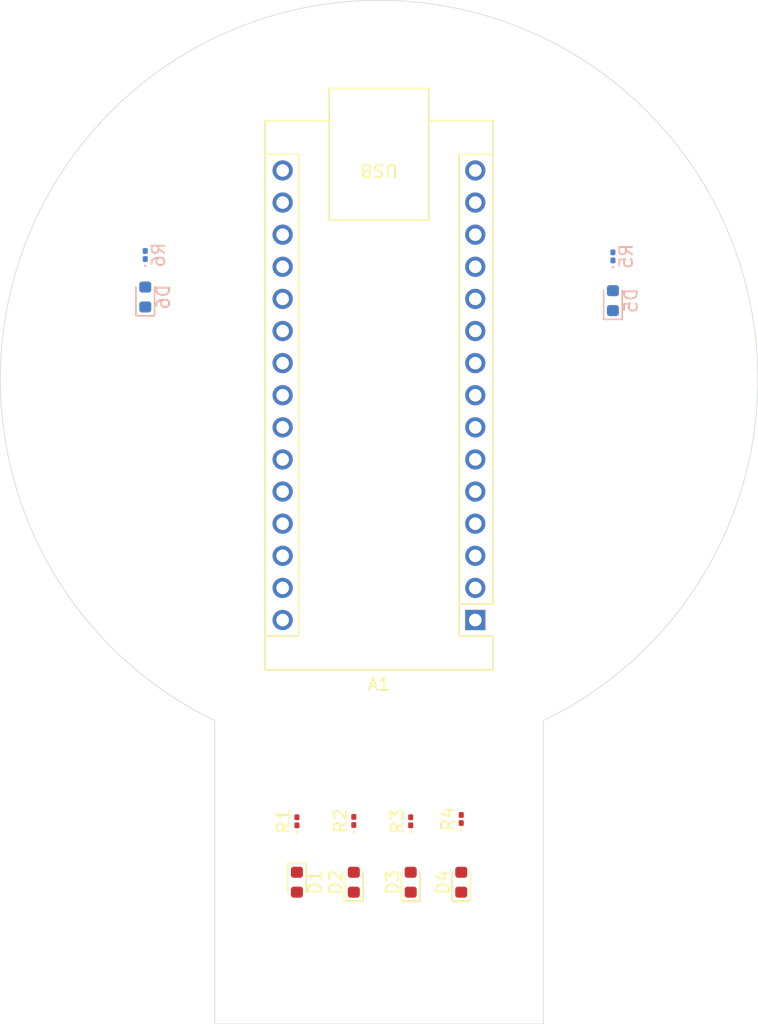
<source format=kicad_pcb>
(kicad_pcb (version 20240108) (generator "pcbnew") (generator_version "8.0")
  (layers (0 "F.Cu" signal) (31 "B.Cu" signal) (34 "B.Paste" user) (35 "F.Paste" user) (36 "B.SilkS" user "B.Silkscreen") (37 "F.SilkS" user "F.Silkscreen") (38 "B.Mask" user) (39 "F.Mask" user) (44 "Edge.Cuts" user))
  (net 0 "")
  (net 14 "Net-(A1-D3)")
  (net 15 "Net-(A1-D4)")
  (net 22 "Net-(A1-D2)")
  (net 24 "Net-(A1-D5)")
  (net 27 "Net-(D1-K)")
  (net 28 "Net-(D1-A)")
  (net 29 "Net-(D2-A)")
  (net 30 "Net-(D3-A)")
  (net 31 "Net-(D4-A)")
  (net 32 "Net-(A1-D8)")
  (net 33 "Net-(D5-A)")
  (net 34 "Net-(D6-A)")
  (net 35 "Net-(A1-D9)")
  (footprint "LED_SMD:LED_0603_1608Metric" (layer "F.Cu") (at 141 138.7875 90)
    (property "Reference" "D4" (at 0 -1.43 90) (layer "F.SilkS"))
    (property "Value" "LED")
    (fp_line (start 0.8 -0.735) (end -1.485 -0.735) (stroke (width 0.12)) (layer "F.SilkS"))
    (fp_line (start -1.485 -0.735) (end -1.485 0.735) (stroke (width 0.12)) (layer "F.SilkS"))
    (fp_line (start -1.485 0.735) (end 0.8 0.735) (stroke (width 0.12)) (layer "F.SilkS"))
    (pad "1" smd roundrect (at -0.7875 0 90) (size 0.875 0.95) (layers "F.Cu" "F.Paste" "F.Mask") (net 27 "Net-(D1-K)"))
    (pad "2" smd roundrect (at 0.7875 0 90) (size 0.875 0.95) (layers "F.Cu" "F.Paste" "F.Mask") (net 31 "Net-(D4-A)"))
  )
  (footprint "Module:Arduino_Nano" (layer "F.Cu") (at 142.11 118.05 180)
    (property "Reference" "A1" (at 7.62 -5.08 360) (layer "F.SilkS"))
    (property "Value" "Arduino_Nano_v2.x")
    (fp_line (start 16.64 39.5) (end 16.64 -3.94) (stroke (width 0.12)) (layer "F.SilkS"))
    (fp_line (start 16.64 39.5) (end 11.56 39.5) (stroke (width 0.12)) (layer "F.SilkS"))
    (fp_line (start 16.64 -3.94) (end -1.4 -3.94) (stroke (width 0.12)) (layer "F.SilkS"))
    (fp_line (start 13.97 36.83) (end 16.64 36.83) (stroke (width 0.12)) (layer "F.SilkS"))
    (fp_line (start 13.97 -1.27) (end 16.64 -1.27) (stroke (width 0.12)) (layer "F.SilkS"))
    (fp_line (start 13.97 -1.27) (end 13.97 36.83) (stroke (width 0.12)) (layer "F.SilkS"))
    (fp_line (start 11.56 42.04) (end 3.68 42.04) (stroke (width 0.12)) (layer "F.SilkS"))
    (fp_line (start 11.56 31.62) (end 11.56 42.04) (stroke (width 0.12)) (layer "F.SilkS"))
    (fp_line (start 3.68 42.04) (end 3.68 31.62) (stroke (width 0.12)) (layer "F.SilkS"))
    (fp_line (start 3.68 31.62) (end 11.56 31.62) (stroke (width 0.12)) (layer "F.SilkS"))
    (fp_line (start 1.27 36.83) (end -1.4 36.83) (stroke (width 0.12)) (layer "F.SilkS"))
    (fp_line (start 1.27 1.27) (end 1.27 36.83) (stroke (width 0.12)) (layer "F.SilkS"))
    (fp_line (start 1.27 1.27) (end 1.27 -1.27) (stroke (width 0.12)) (layer "F.SilkS"))
    (fp_line (start 1.27 1.27) (end -1.4 1.27) (stroke (width 0.12)) (layer "F.SilkS"))
    (fp_line (start 1.27 -1.27) (end -1.4 -1.27) (stroke (width 0.12)) (layer "F.SilkS"))
    (fp_line (start -1.4 39.5) (end 3.68 39.5) (stroke (width 0.12)) (layer "F.SilkS"))
    (fp_line (start -1.4 1.27) (end -1.4 39.5) (stroke (width 0.12)) (layer "F.SilkS"))
    (fp_line (start -1.4 -3.94) (end -1.4 -1.27) (stroke (width 0.12)) (layer "F.SilkS"))
    (fp_text user "USB" (at 7.62 35.56 180) (layer "F.SilkS"))
    (pad "1" thru_hole rect (at 0 0 180) (size 1.6 1.6) (drill 1) (layers "*.Cu" "*.Mask"))
    (pad "2" thru_hole oval (at 0 2.54 180) (size 1.6 1.6) (drill 1) (layers "*.Cu" "*.Mask"))
    (pad "3" thru_hole oval (at 0 5.08 180) (size 1.6 1.6) (drill 1) (layers "*.Cu" "*.Mask"))
    (pad "4" thru_hole oval (at 0 7.62 180) (size 1.6 1.6) (drill 1) (layers "*.Cu" "*.Mask") (net 27 "Net-(D1-K)"))
    (pad "5" thru_hole oval (at 0 10.16 180) (size 1.6 1.6) (drill 1) (layers "*.Cu" "*.Mask") (net 22 "Net-(A1-D2)"))
    (pad "6" thru_hole oval (at 0 12.7 180) (size 1.6 1.6) (drill 1) (layers "*.Cu" "*.Mask") (net 14 "Net-(A1-D3)"))
    (pad "7" thru_hole oval (at 0 15.24 180) (size 1.6 1.6) (drill 1) (layers "*.Cu" "*.Mask") (net 15 "Net-(A1-D4)"))
    (pad "8" thru_hole oval (at 0 17.78 180) (size 1.6 1.6) (drill 1) (layers "*.Cu" "*.Mask") (net 24 "Net-(A1-D5)"))
    (pad "9" thru_hole oval (at 0 20.32 180) (size 1.6 1.6) (drill 1) (layers "*.Cu" "*.Mask"))
    (pad "10" thru_hole oval (at 0 22.86 180) (size 1.6 1.6) (drill 1) (layers "*.Cu" "*.Mask"))
    (pad "11" thru_hole oval (at 0 25.4 180) (size 1.6 1.6) (drill 1) (layers "*.Cu" "*.Mask") (net 32 "Net-(A1-D8)"))
    (pad "12" thru_hole oval (at 0 27.94 180) (size 1.6 1.6) (drill 1) (layers "*.Cu" "*.Mask") (net 35 "Net-(A1-D9)"))
    (pad "13" thru_hole oval (at 0 30.48 180) (size 1.6 1.6) (drill 1) (layers "*.Cu" "*.Mask"))
    (pad "14" thru_hole oval (at 0 33.02 180) (size 1.6 1.6) (drill 1) (layers "*.Cu" "*.Mask"))
    (pad "15" thru_hole oval (at 0 35.56 180) (size 1.6 1.6) (drill 1) (layers "*.Cu" "*.Mask"))
    (pad "16" thru_hole oval (at 15.24 35.56 180) (size 1.6 1.6) (drill 1) (layers "*.Cu" "*.Mask"))
    (pad "17" thru_hole oval (at 15.24 33.02 180) (size 1.6 1.6) (drill 1) (layers "*.Cu" "*.Mask"))
    (pad "18" thru_hole oval (at 15.24 30.48 180) (size 1.6 1.6) (drill 1) (layers "*.Cu" "*.Mask"))
    (pad "19" thru_hole oval (at 15.24 27.94 180) (size 1.6 1.6) (drill 1) (layers "*.Cu" "*.Mask"))
    (pad "20" thru_hole oval (at 15.24 25.4 180) (size 1.6 1.6) (drill 1) (layers "*.Cu" "*.Mask"))
    (pad "21" thru_hole oval (at 15.24 22.86 180) (size 1.6 1.6) (drill 1) (layers "*.Cu" "*.Mask"))
    (pad "22" thru_hole oval (at 15.24 20.32 180) (size 1.6 1.6) (drill 1) (layers "*.Cu" "*.Mask"))
    (pad "23" thru_hole oval (at 15.24 17.78 180) (size 1.6 1.6) (drill 1) (layers "*.Cu" "*.Mask"))
    (pad "24" thru_hole oval (at 15.24 15.24 180) (size 1.6 1.6) (drill 1) (layers "*.Cu" "*.Mask"))
    (pad "25" thru_hole oval (at 15.24 12.7 180) (size 1.6 1.6) (drill 1) (layers "*.Cu" "*.Mask"))
    (pad "26" thru_hole oval (at 15.24 10.16 180) (size 1.6 1.6) (drill 1) (layers "*.Cu" "*.Mask"))
    (pad "27" thru_hole oval (at 15.24 7.62 180) (size 1.6 1.6) (drill 1) (layers "*.Cu" "*.Mask"))
    (pad "28" thru_hole oval (at 15.24 5.08 180) (size 1.6 1.6) (drill 1) (layers "*.Cu" "*.Mask"))
    (pad "29" thru_hole oval (at 15.24 2.54 180) (size 1.6 1.6) (drill 1) (layers "*.Cu" "*.Mask"))
    (pad "30" thru_hole oval (at 15.24 0 180) (size 1.6 1.6) (drill 1) (layers "*.Cu" "*.Mask"))
  )
  (footprint "LED_SMD:LED_0201_0603Metric" (layer "F.Cu") (at 141 133.7875 90)
    (property "Reference" "R4" (at 0 -1.05 90) (layer "F.SilkS"))
    (property "Value" "47")
    (fp_circle (center -0.86 0) (end -0.81 0) (stroke (width 0.1)) (fill none) (layer "F.SilkS"))
    (pad "1" smd roundrect (at -0.32 0 90) (size 0.46 0.4) (layers "F.Cu" "F.Mask") (net 31 "Net-(D4-A)"))
    (pad "2" smd roundrect (at 0.32 0 90) (size 0.46 0.4) (layers "F.Cu" "F.Mask") (net 24 "Net-(A1-D5)"))
  )
  (footprint "LED_SMD:LED_0201_0603Metric" (layer "F.Cu") (at 137 133.9675 90)
    (property "Reference" "R3" (at 0 -1.05 90) (layer "F.SilkS"))
    (property "Value" "47")
    (fp_circle (center -0.86 0) (end -0.81 0) (stroke (width 0.1)) (fill none) (layer "F.SilkS"))
    (pad "1" smd roundrect (at -0.32 0 90) (size 0.46 0.4) (layers "F.Cu" "F.Mask") (net 30 "Net-(D3-A)"))
    (pad "2" smd roundrect (at 0.32 0 90) (size 0.46 0.4) (layers "F.Cu" "F.Mask") (net 15 "Net-(A1-D4)"))
  )
  (footprint "LED_SMD:LED_0603_1608Metric" (layer "F.Cu") (at 137 138.7875 90)
    (property "Reference" "D3" (at 0 -1.43 90) (layer "F.SilkS"))
    (property "Value" "LED")
    (fp_line (start 0.8 -0.735) (end -1.485 -0.735) (stroke (width 0.12)) (layer "F.SilkS"))
    (fp_line (start -1.485 -0.735) (end -1.485 0.735) (stroke (width 0.12)) (layer "F.SilkS"))
    (fp_line (start -1.485 0.735) (end 0.8 0.735) (stroke (width 0.12)) (layer "F.SilkS"))
    (pad "1" smd roundrect (at -0.7875 0 90) (size 0.875 0.95) (layers "F.Cu" "F.Paste" "F.Mask") (net 27 "Net-(D1-K)"))
    (pad "2" smd roundrect (at 0.7875 0 90) (size 0.875 0.95) (layers "F.Cu" "F.Paste" "F.Mask") (net 30 "Net-(D3-A)"))
  )
  (footprint "" (layer "F.Cu") (at 153 92.7875)
    (property "Reference" "" (at 0 0 0) (layer "F.SilkS") (effects (font (size 1.27 1.27))))
    (property "Value" "")
    (pad "" np_thru_hole circle (at 0 0) (size 0.2 0.2) (drill 1) (layers "F&B.Cu" "*.Mask"))
  )
  (footprint "LED_SMD:LED_0201_0603Metric" (layer "F.Cu") (at 132.5 133.9425 90)
    (property "Reference" "R2" (at 0 -1.05 90) (layer "F.SilkS"))
    (property "Value" "47")
    (fp_circle (center -0.86 0) (end -0.81 0) (stroke (width 0.1)) (fill none) (layer "F.SilkS"))
    (pad "1" smd roundrect (at -0.32 0 90) (size 0.46 0.4) (layers "F.Cu" "F.Mask") (net 29 "Net-(D2-A)"))
    (pad "2" smd roundrect (at 0.32 0 90) (size 0.46 0.4) (layers "F.Cu" "F.Mask") (net 14 "Net-(A1-D3)"))
  )
  (footprint "LED_SMD:LED_0603_1608Metric" (layer "F.Cu") (at 128 138.7875 -90)
    (property "Reference" "D1" (at 0 -1.43 90) (layer "F.SilkS"))
    (property "Value" "LED")
    (fp_line (start -1.485 0.735) (end 0.8 0.735) (stroke (width 0.12)) (layer "F.SilkS"))
    (fp_line (start -1.485 -0.735) (end -1.485 0.735) (stroke (width 0.12)) (layer "F.SilkS"))
    (fp_line (start 0.8 -0.735) (end -1.485 -0.735) (stroke (width 0.12)) (layer "F.SilkS"))
    (pad "1" smd roundrect (at -0.7875 0 270) (size 0.875 0.95) (layers "F.Cu" "F.Paste" "F.Mask") (net 27 "Net-(D1-K)"))
    (pad "2" smd roundrect (at 0.7875 0 270) (size 0.875 0.95) (layers "F.Cu" "F.Paste" "F.Mask") (net 28 "Net-(D1-A)"))
  )
  (footprint "" (layer "F.Cu") (at 116 92.5)
    (property "Reference" "" (at 0 0 0) (layer "F.SilkS") (effects (font (size 1.27 1.27))))
    (property "Value" "")
    (pad "" np_thru_hole circle (at 0 0) (size 0.2 0.2) (drill 1) (layers "F&B.Cu" "*.Mask"))
  )
  (footprint "LED_SMD:LED_0603_1608Metric" (layer "F.Cu") (at 132.5 138.7875 90)
    (property "Reference" "D2" (at 0 -1.43 90) (layer "F.SilkS"))
    (property "Value" "LED")
    (fp_line (start 0.8 -0.735) (end -1.485 -0.735) (stroke (width 0.12)) (layer "F.SilkS"))
    (fp_line (start -1.485 -0.735) (end -1.485 0.735) (stroke (width 0.12)) (layer "F.SilkS"))
    (fp_line (start -1.485 0.735) (end 0.8 0.735) (stroke (width 0.12)) (layer "F.SilkS"))
    (pad "1" smd roundrect (at -0.7875 0 90) (size 0.875 0.95) (layers "F.Cu" "F.Paste" "F.Mask") (net 27 "Net-(D1-K)"))
    (pad "2" smd roundrect (at 0.7875 0 90) (size 0.875 0.95) (layers "F.Cu" "F.Paste" "F.Mask") (net 29 "Net-(D2-A)"))
  )
  (footprint "LED_SMD:LED_0201_0603Metric" (layer "F.Cu") (at 128 133.9675 90)
    (property "Reference" "R1" (at 0 -1.05 90) (layer "F.SilkS"))
    (property "Value" "47")
    (fp_circle (center -0.86 0) (end -0.81 0) (stroke (width 0.1)) (fill none) (layer "F.SilkS"))
    (pad "1" smd roundrect (at -0.32 0 90) (size 0.46 0.4) (layers "F.Cu" "F.Mask") (net 28 "Net-(D1-A)"))
    (pad "2" smd roundrect (at 0.32 0 90) (size 0.46 0.4) (layers "F.Cu" "F.Mask") (net 22 "Net-(A1-D2)"))
  )
  (footprint "LED_SMD:LED_0201_0603Metric" (layer "B.Cu") (at 153 89.2875 90)
    (property "Reference" "R5" (at 0 1.05 90) (layer "B.SilkS") (effects (justify mirror)))
    (property "Value" "47")
    (fp_circle (center -0.86 0) (end -0.81 0) (stroke (width 0.1)) (fill none) (layer "B.SilkS"))
    (pad "1" smd roundrect (at -0.32 0 90) (size 0.46 0.4) (layers "B.Cu" "B.Mask") (net 33 "Net-(D5-A)"))
    (pad "2" smd roundrect (at 0.32 0 90) (size 0.46 0.4) (layers "B.Cu" "B.Mask") (net 32 "Net-(A1-D8)"))
  )
  (footprint "LED_SMD:LED_0603_1608Metric" (layer "B.Cu") (at 153 92.7875 90)
    (property "Reference" "D5" (at 0 1.43 90) (layer "B.SilkS") (effects (justify mirror)))
    (property "Value" "LED")
    (fp_line (start 0.8 -0.735) (end -1.485 -0.735) (stroke (width 0.12)) (layer "B.SilkS"))
    (fp_line (start -1.485 -0.735) (end -1.485 0.735) (stroke (width 0.12)) (layer "B.SilkS"))
    (fp_line (start -1.485 0.735) (end 0.8 0.735) (stroke (width 0.12)) (layer "B.SilkS"))
    (pad "1" smd roundrect (at -0.7875 0 90) (size 0.875 0.95) (layers "B.Cu" "B.Paste" "B.Mask") (net 27 "Net-(D1-K)"))
    (pad "2" smd roundrect (at 0.7875 0 90) (size 0.875 0.95) (layers "B.Cu" "B.Paste" "B.Mask") (net 33 "Net-(D5-A)"))
  )
  (footprint "LED_SMD:LED_0603_1608Metric" (layer "B.Cu") (at 116 92.5 90)
    (property "Reference" "D6" (at 0 1.43 90) (layer "B.SilkS") (effects (justify mirror)))
    (property "Value" "LED")
    (fp_line (start 0.8 -0.735) (end -1.485 -0.735) (stroke (width 0.12)) (layer "B.SilkS"))
    (fp_line (start -1.485 -0.735) (end -1.485 0.735) (stroke (width 0.12)) (layer "B.SilkS"))
    (fp_line (start -1.485 0.735) (end 0.8 0.735) (stroke (width 0.12)) (layer "B.SilkS"))
    (pad "1" smd roundrect (at -0.7875 0 90) (size 0.875 0.95) (layers "B.Cu" "B.Paste" "B.Mask") (net 27 "Net-(D1-K)"))
    (pad "2" smd roundrect (at 0.7875 0 90) (size 0.875 0.95) (layers "B.Cu" "B.Paste" "B.Mask") (net 34 "Net-(D6-A)"))
  )
  (footprint "LED_SMD:LED_0201_0603Metric" (layer "B.Cu") (at 116 89.18 90)
    (property "Reference" "R6" (at 0 1.05 90) (layer "B.SilkS") (effects (justify mirror)))
    (property "Value" "47")
    (fp_circle (center -0.86 0) (end -0.81 0) (stroke (width 0.1)) (fill none) (layer "B.SilkS"))
    (pad "1" smd roundrect (at -0.32 0 90) (size 0.46 0.4) (layers "B.Cu" "B.Mask") (net 34 "Net-(D6-A)"))
    (pad "2" smd roundrect (at 0.32 0 90) (size 0.46 0.4) (layers "B.Cu" "B.Mask") (net 35 "Net-(A1-D9)"))
  )
  (gr_arc (start 121.5 126) (mid 134.5 69.033352) (end 147.5 126) (stroke (width 0.05)) (layer "Edge.Cuts"))
  (gr_line (start 147.5 134) (end 147.5 126) (stroke (width 0.05)) (layer "Edge.Cuts"))
  (gr_line (start 147.5 150) (end 147.5 134) (stroke (width 0.05)) (layer "Edge.Cuts"))
  (gr_line (start 147.5 150) (end 121.5 150) (stroke (width 0.05)) (layer "Edge.Cuts"))
  (gr_line (start 121.5 134) (end 121.5 150) (stroke (width 0.05)) (layer "Edge.Cuts"))
  (gr_line (start 121.5 134) (end 121.5 126) (stroke (width 0.05)) (layer "Edge.Cuts"))
)
</source>
